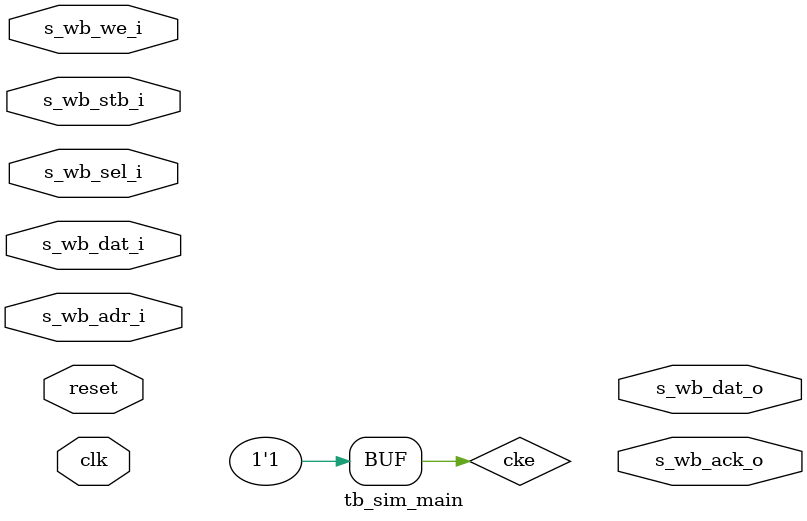
<source format=sv>


`timescale 1ns / 1ps
`default_nettype none


module tb_sim_main
        #(
            parameter int   WB_ADR_WIDTH = 16,
            parameter int   WB_DAT_WIDTH = 32,
            parameter int   WB_SEL_WIDTH = WB_DAT_WIDTH/8
        )
        (
            input   wire                        reset,
            input   wire                        clk,

            input   wire    [WB_ADR_WIDTH-1:0]  s_wb_adr_i,
            input   wire    [WB_DAT_WIDTH-1:0]  s_wb_dat_i,
            output  wire    [WB_DAT_WIDTH-1:0]  s_wb_dat_o,
            input   wire                        s_wb_we_i,
            input   wire    [WB_SEL_WIDTH-1:0]  s_wb_sel_i,
            input   wire                        s_wb_stb_i,
            output  wire                        s_wb_ack_o
        );

    logic       cke = 1'b1;

    /*
    jelly_rtos
            #(
                .WB_ADR_WIDTH   (WB_ADR_WIDTH),
                .WB_DAT_WIDTH   (WB_DAT_WIDTH)
            )
        i_rtos
            (
                .*
            );
    */

endmodule


//`default_nettype wire


// end of file

</source>
